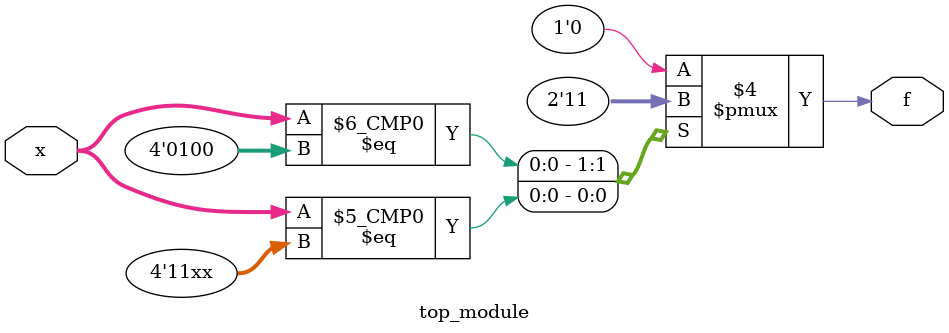
<source format=sv>
module top_module (
    input [4:1] x,
    output logic f
);

always_comb begin
    case(x)
        4'b00x0: f = 0; // x[4] don't care
        4'b0100: f = 1;
        4'b011x: f = 0;
        4'b11xx: f = 1;
        4'b10x0: f = 0; // x[4] don't care
        default: f = 0; // default don't care
    endcase
end

endmodule

</source>
